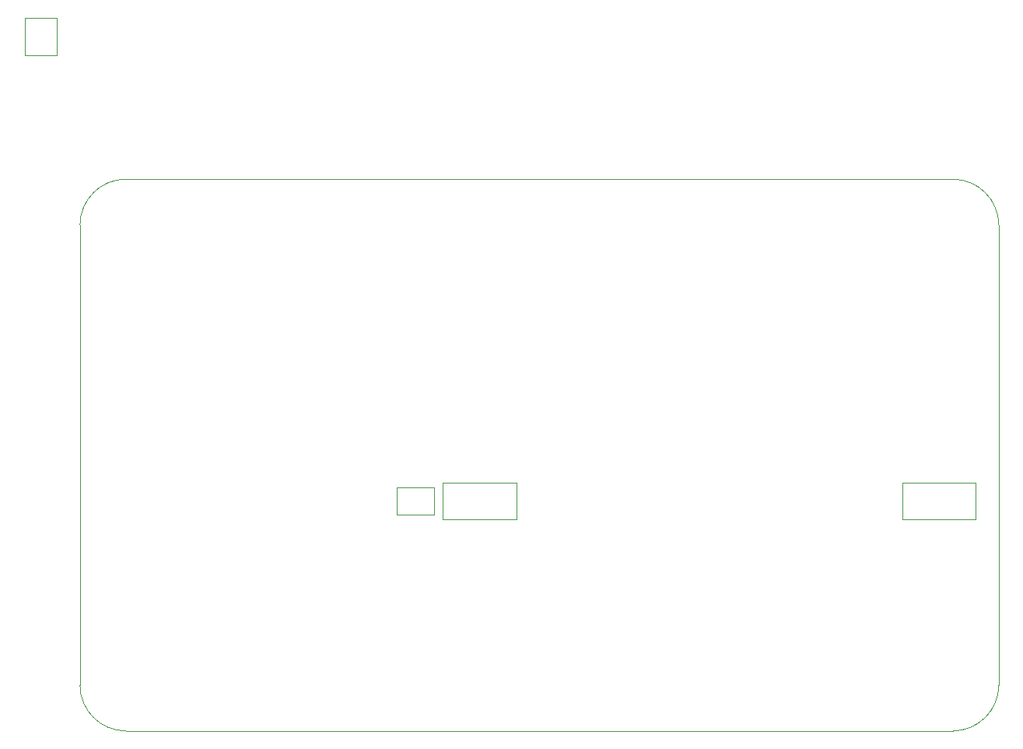
<source format=gm1>
G04 #@! TF.GenerationSoftware,KiCad,Pcbnew,8.0.4*
G04 #@! TF.CreationDate,2025-01-01T16:22:17-06:00*
G04 #@! TF.ProjectId,HVBoard,4856426f-6172-4642-9e6b-696361645f70,rev?*
G04 #@! TF.SameCoordinates,Original*
G04 #@! TF.FileFunction,Profile,NP*
%FSLAX46Y46*%
G04 Gerber Fmt 4.6, Leading zero omitted, Abs format (unit mm)*
G04 Created by KiCad (PCBNEW 8.0.4) date 2025-01-01 16:22:17*
%MOMM*%
%LPD*%
G01*
G04 APERTURE LIST*
G04 #@! TA.AperFunction,Profile*
%ADD10C,0.050000*%
G04 #@! TD*
G04 #@! TA.AperFunction,Profile*
%ADD11C,0.100000*%
G04 #@! TD*
G04 APERTURE END LIST*
D10*
X107000000Y-12000000D02*
G75*
G02*
X112000000Y-17000000I0J-5000000D01*
G01*
X12000000Y-67000000D02*
X12000000Y-17000000D01*
X107000000Y-72000000D02*
X17000000Y-72000000D01*
X112000000Y-67000000D02*
G75*
G02*
X107000000Y-72000000I-5000000J0D01*
G01*
D11*
X6000000Y5500000D02*
X9500000Y5500000D01*
X9500000Y1500000D01*
X6000000Y1500000D01*
X6000000Y5500000D01*
D10*
X17000000Y-12000000D02*
X107000000Y-12000000D01*
X112000000Y-17000000D02*
X112000000Y-67000000D01*
D11*
X46500000Y-45500000D02*
X50500000Y-45500000D01*
X50500000Y-48500000D01*
X46500000Y-48500000D01*
X46500000Y-45500000D01*
D10*
X17000000Y-72000000D02*
G75*
G02*
X12000000Y-67000000I0J5000000D01*
G01*
D11*
X51500000Y-45000000D02*
X59500000Y-45000000D01*
X59500000Y-49000000D01*
X51500000Y-49000000D01*
X51500000Y-45000000D01*
D10*
X12000000Y-17000000D02*
G75*
G02*
X17000000Y-12000000I5000000J0D01*
G01*
D11*
X101500000Y-45000000D02*
X109500000Y-45000000D01*
X109500000Y-49000000D01*
X101500000Y-49000000D01*
X101500000Y-45000000D01*
M02*

</source>
